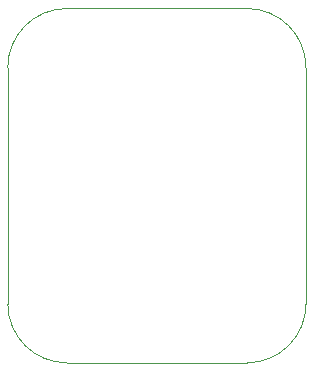
<source format=gbr>
%TF.GenerationSoftware,KiCad,Pcbnew,8.0.0*%
%TF.CreationDate,2024-03-06T12:54:27+05:00*%
%TF.ProjectId,keeb,6b656562-2e6b-4696-9361-645f70636258,rev?*%
%TF.SameCoordinates,Original*%
%TF.FileFunction,Profile,NP*%
%FSLAX46Y46*%
G04 Gerber Fmt 4.6, Leading zero omitted, Abs format (unit mm)*
G04 Created by KiCad (PCBNEW 8.0.0) date 2024-03-06 12:54:27*
%MOMM*%
%LPD*%
G01*
G04 APERTURE LIST*
%TA.AperFunction,Profile*%
%ADD10C,0.050000*%
%TD*%
G04 APERTURE END LIST*
D10*
X177750000Y-55000000D02*
X177750000Y-75000000D01*
X177750000Y-75000000D02*
G75*
G02*
X172750000Y-80000000I-5000000J0D01*
G01*
X152500000Y-75000000D02*
X152500000Y-55000000D01*
X157500000Y-80000000D02*
X172750000Y-80000000D01*
X172750000Y-50000000D02*
G75*
G02*
X177750000Y-55000000I0J-5000000D01*
G01*
X172750000Y-50000000D02*
X157500000Y-50000000D01*
X157500000Y-80000000D02*
G75*
G02*
X152500000Y-75000000I0J5000000D01*
G01*
X152500000Y-55000000D02*
G75*
G02*
X157500000Y-50000000I5000000J0D01*
G01*
M02*

</source>
